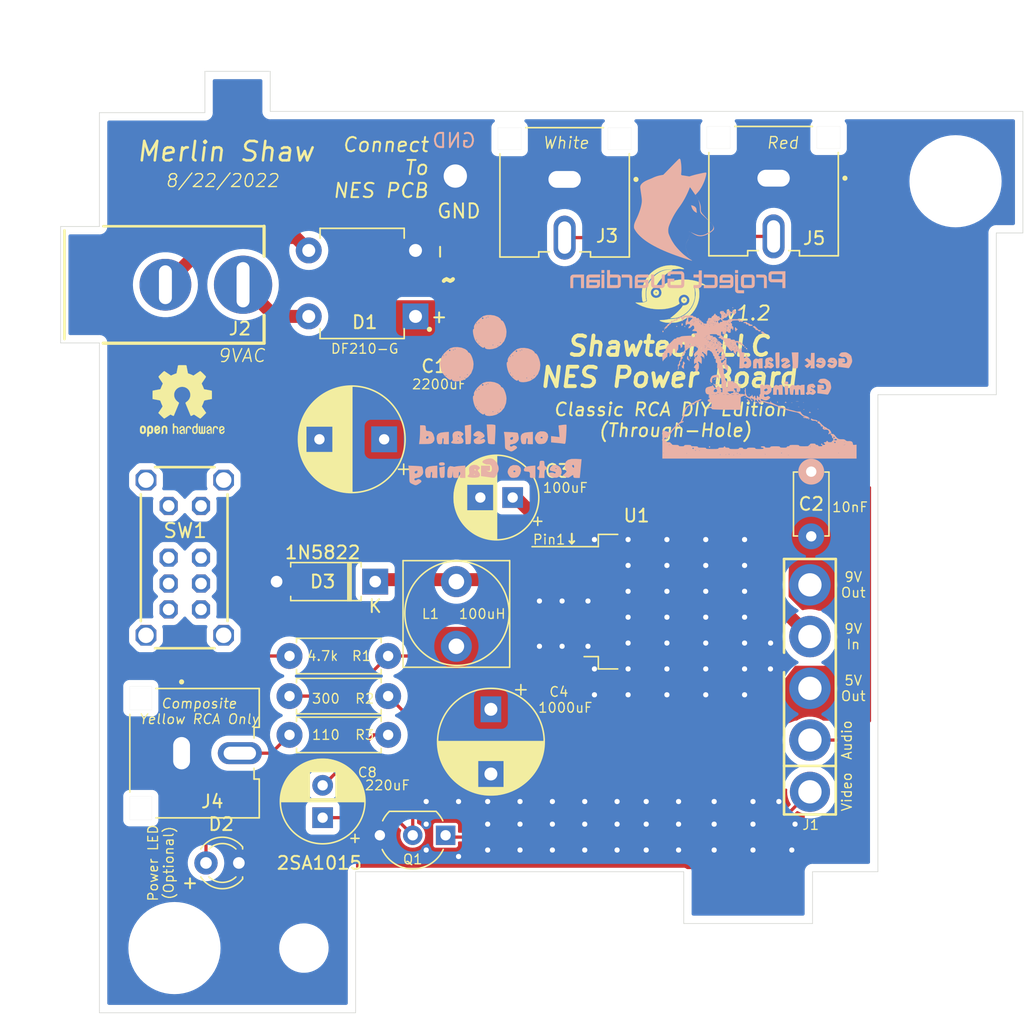
<source format=kicad_pcb>
(kicad_pcb (version 20211014) (generator pcbnew)
  (layers (0 "F.Cu" signal) (31 "B.Cu" signal) (34 "B.Paste" user) (35 "F.Paste" user) (36 "B.SilkS" user "B.Silkscreen") (37 "F.SilkS" user "F.Silkscreen") (38 "B.Mask" user) (39 "F.Mask" user) (44 "Edge.Cuts" user))
  (net 0 "")
  (net 1 "5V Out")
  (net 2 "Net-(C8-Pad1)")
  (net 3 "Net-(D2-Pad2)")
  (net 4 "Video Out")
  (net 5 "Net-(C8-Pad2)")
  (net 6 "GND")
  (net 7 "Video In")
  (net 8 "Audio In")
  (net 9 "9VIn")
  (net 10 "9VOut")
  (net 12 "Net-(D1-Pad4)")
  (net 13 "Net-(D1-Pad3)")
  (net 14 "Net-(L1-Pad1)")
  (footprint "Capacitor_THT:CP_Radial_D6.3mm_P2.50mm" (layer "F.Cu") (at 137.43238 98.25 180)
    (fp_text reference "C3" (at -3.46762 2.05) (layer "F.SilkS"))
    (fp_text value "100uF")
    (pad "1" thru_hole rect (at 0 0 180) (size 1.6 1.6) (drill 0.8) (layers *.Cu *.Mask) (net 9 "9VIn"))
    (pad "2" thru_hole circle (at 2.5 0 180) (size 1.6 1.6) (drill 0.8) (layers *.Cu *.Mask) (net 6 "GND"))
  )
  (footprint "Package_TO_SOT_SMD:TO-263-5_TabPin3" (layer "F.Cu") (at 147 106.3)
    (fp_text reference "U1" (at 0 -6.65) (layer "F.SilkS"))
    (fp_text value "LM2576D2TR4-5G")
    (pad "1" smd rect (at -5.775 -3.4) (size 4.6 1.1) (layers "F.Cu" "F.Paste" "F.Mask") (net 9 "9VIn"))
    (pad "2" smd rect (at -5.775 -1.7) (size 4.6 1.1) (layers "F.Cu" "F.Paste" "F.Mask") (net 14 "Net-(L1-Pad1)"))
    (pad "3" smd rect (at 3.375 0) (size 9.4 10.8) (layers "F.Cu" "F.Mask") (net 6 "GND"))
    (pad "3" smd rect (at -5.775 0) (size 4.6 1.1) (layers "F.Cu" "F.Paste" "F.Mask") (net 6 "GND"))
    (pad "4" smd rect (at -5.775 1.7) (size 4.6 1.1) (layers "F.Cu" "F.Paste" "F.Mask") (net 1 "5V Out"))
    (pad "5" smd rect (at -5.775 3.4) (size 4.6 1.1) (layers "F.Cu" "F.Paste" "F.Mask") (net 6 "GND"))
  )
  (footprint "Resistor_THT:R_Axial_DIN0207_L6.3mm_D2.5mm_P7.62mm_Horizontal" (layer "F.Cu") (at 120.19 116.6)
    (fp_text reference "R3" (at 5.81 0) (layer "F.SilkS") (effects (font (size 0.75 0.75) (thickness 0.1))))
    (fp_text value "110R")
    (pad "1" thru_hole circle (at 0 0) (size 2 2) (drill 0.8) (layers *.Cu *.Mask) (net 4 "Video Out"))
    (pad "2" thru_hole oval (at 7.62 0) (size 2 2) (drill 0.8) (layers *.Cu *.Mask) (net 5 "Net-(C8-Pad2)"))
  )
  (footprint "Merlin:OSHW-Logo2_7.3x6mm_SilkScreen" (layer "F.Cu") (at 111.9 90.78)
    (fp_text reference "REF**" hide)
    (fp_text value "OSHW-Logo2_7.3x6mm_SilkScreen" hide)
  )
  (footprint "Resistor_THT:R_Axial_DIN0207_L6.3mm_D2.5mm_P7.62mm_Horizontal" (layer "F.Cu") (at 120.19 110.5)
    (fp_text reference "R1" (at 5.56 0) (layer "F.SilkS") (effects (font (size 0.75 0.75) (thickness 0.1))))
    (fp_text value "4.7k" (at 2.56 0) (layer "F.SilkS") (effects (font (size 0.75 0.75) (thickness 0.1))))
    (pad "1" thru_hole circle (at 0 0) (size 2 2) (drill 0.8) (layers *.Cu *.Mask) (net 3 "Net-(D2-Pad2)"))
    (pad "2" thru_hole oval (at 7.62 0) (size 2 2) (drill 0.8) (layers *.Cu *.Mask) (net 1 "5V Out"))
  )
  (footprint "Capacitor_THT:CP_Radial_D8.0mm_P5.00mm" (layer "F.Cu") (at 135.75 114.622349 -90)
    (fp_text reference "C4" (at -1.347349 -5.25 180) (layer "F.SilkS") (effects (font (size 0.75 0.75) (thickness 0.1))))
    (fp_text value "1000uF" hide)
    (pad "1" thru_hole rect (at 0 0 270) (size 2 1.6) (drill 1) (layers *.Cu *.Mask) (net 1 "5V Out"))
    (pad "2" thru_hole circle (at 5 0 270) (size 2 2) (drill 1) (layers *.Cu *.Mask) (net 6 "GND"))
  )
  (footprint "" (layer "F.Cu") (at 111.3 133.08)
    (fp_text reference "" (at 0 0) (layer "F.SilkS") (effects (font (size 1.27 1.27))))
    (fp_text value "" (at 0 0) (layer "F.SilkS") (effects (font (size 1.27 1.27))))
    (pad "" np_thru_hole circle locked (at 0 0) (size 3.5 3.5) (drill 3.5) (layers F&B.Cu *.Mask))
  )
  (footprint "Merlin:DIP825" (layer "F.Cu") (at 125.8 81.7 180)
    (fp_text reference "D1" (at -0.2 -3) (layer "F.SilkS"))
    (fp_text value "${ALTIUM_VALUE}")
    (fp_text user "-" (at -5.95 2.45 90) (layer "F.SilkS"))
    (fp_text user "+" (at -5.95 -2.55) (layer "F.SilkS"))
    (pad "1" thru_hole rect (at -4.125 -2.55 180) (size 2 2) (drill 1) (layers *.Cu *.Mask) (net 10 "9VOut"))
    (pad "2" thru_hole circle (at -4.125 2.55 180) (size 2 2) (drill 1) (layers *.Cu *.Mask) (net 6 "GND"))
    (pad "3" thru_hole circle (at 4.125 2.55 180) (size 2 2) (drill 1) (layers *.Cu *.Mask) (net 13 "Net-(D1-Pad3)"))
    (pad "4" thru_hole circle (at 4.125 -2.55 180) (size 2 2) (drill 1) (layers *.Cu *.Mask) (net 12 "Net-(D1-Pad4)"))
  )
  (footprint "Merlin:ShawTech" (layer "F.Cu") (at 149.5 82.5)
    (fp_text reference "G***" hide)
    (fp_text value "LOGO" hide)
  )
  (footprint "Electromechanical.IntLib:SW-DP3T (EG2319)" (layer "F.Cu") (at 112.1 102.9 -90)
    (fp_text reference "SW1" (at -1.445 1.75 unlocked) (layer "F.SilkS") (effects (font (size 1.1 1.1)) (justify left bottom)))
    (fp_text value "DP3T" hide)
    (pad "" thru_hole roundrect locked (at -4 -1.25 270) (size 1.4 1.4) (drill 0.9) (layers *.Cu *.Mask) (chamfer_ratio 0.25) (chamfer top_left top_right bottom_left bottom_right))
    (pad "" thru_hole roundrect locked (at 0 1.25 270) (size 1.4 1.4) (drill 0.9) (layers *.Cu *.Mask) (chamfer_ratio 0.25) (chamfer top_left top_right bottom_left bottom_right))
    (pad "" thru_hole roundrect locked (at 2 1.25 270) (size 1.4 1.4) (drill 0.9) (layers *.Cu *.Mask) (chamfer_ratio 0.25) (chamfer top_left top_right bottom_left bottom_right))
    (pad "" thru_hole roundrect locked (at 4 1.25 270) (size 1.4 1.4) (drill 0.9) (layers *.Cu *.Mask) (chamfer_ratio 0.25) (chamfer top_left top_right bottom_left bottom_right))
    (pad "" thru_hole roundrect locked (at 0 -1.25 270) (size 1.4 1.4) (drill 0.9) (layers *.Cu *.Mask) (chamfer_ratio 0.25) (chamfer top_left top_right bottom_left bottom_right))
    (pad "" thru_hole roundrect locked (at 2 -1.25 270) (size 1.4 1.4) (drill 0.9) (layers *.Cu *.Mask) (chamfer_ratio 0.25) (chamfer top_left top_right bottom_left bottom_right))
    (pad "" thru_hole roundrect locked (at 4 -1.25 270) (size 1.4 1.4) (drill 0.9) (layers *.Cu *.Mask) (chamfer_ratio 0.25) (chamfer top_left top_right bottom_left bottom_right))
    (pad "1" thru_hole roundrect locked (at -4 1.25 270) (size 1.4 1.4) (drill 0.9) (layers *.Cu *.Mask) (chamfer_ratio 0.25) (chamfer top_left top_right bottom_left bottom_right))
    (pad "MH" thru_hole roundrect locked (at -6 3 270) (size 1.6 1.6) (drill 1.2) (layers *.Cu *.Mask) (chamfer_ratio 0.25) (chamfer top_left top_right bottom_left bottom_right))
    (pad "MH" thru_hole roundrect locked (at 6 3 90) (size 1.6 1.6) (drill 1.2) (layers *.Cu *.Mask) (chamfer_ratio 0.25) (chamfer top_left top_right bottom_left bottom_right))
    (pad "MH" thru_hole roundrect locked (at 6 -3 90) (size 1.6 1.6) (drill 1.2) (layers *.Cu *.Mask) (chamfer_ratio 0.25) (chamfer top_left top_right bottom_left bottom_right))
    (pad "MH" thru_hole roundrect locked (at -6 -3 270) (size 1.6 1.6) (drill 1.2) (layers *.Cu *.Mask) (chamfer_ratio 0.25) (chamfer top_left top_right bottom_left bottom_right))
  )
  (footprint "Merlin:CUI_RCJ-044" (layer "F.Cu") (at 141.446 73.658 90)
    (fp_text reference "J3" (at -4.372 3.279 180) (layer "F.SilkS"))
    (fp_text value "White RCJ-52" hide)
    (fp_line (start 2.3 5.15) (end 4 5.15) (layer "Edge.Cuts") (width 0.01))
    (fp_line (start 4 5.15) (end 4 3.35) (layer "Edge.Cuts") (width 0.01))
    (fp_line (start 2.3 -5.15) (end 2.3 -3.35) (layer "Edge.Cuts") (width 0.01))
    (fp_line (start 4 -5.15) (end 2.3 -5.15) (layer "Edge.Cuts") (width 0.01))
    (fp_line (start 2.3 3.35) (end 2.3 5.15) (layer "Edge.Cuts") (width 0.01))
    (fp_line (start 4 -3.35) (end 4 -5.15) (layer "Edge.Cuts") (width 0.01))
    (fp_line (start 4 3.35) (end 2.3 3.35) (layer "Edge.Cuts") (width 0.01))
    (fp_line (start 2.3 -3.35) (end 4 -3.35) (layer "Edge.Cuts") (width 0.01))
    (pad "1" thru_hole oval (at 0 0 90) (size 1.95 3.9) (drill oval 1.3 2.5) (layers *.Cu *.Mask) (net 6 "GND"))
    (pad "2" thru_hole oval (at -4.5 0 90) (size 3.4 1.7) (drill oval 2.5 1) (layers *.Cu *.Mask) (net 8 "Audio In"))
  )
  (footprint "Capacitor_THT:CP_Radial_D6.3mm_P2.50mm" (layer "F.Cu") (at 122.75 123 90)
    (fp_text reference "C8" (at 3.5 3.45 180) (layer "F.SilkS") (effects (font (size 0.75 0.75) (thickness 0.1))))
    (fp_text value "220uF" hide)
    (pad "1" thru_hole rect (at 0 0 90) (size 1.6 1.6) (drill 0.8) (layers *.Cu *.Mask) (net 2 "Net-(C8-Pad1)"))
    (pad "2" thru_hole circle (at 2.5 0 90) (size 1.6 1.6) (drill 0.8) (layers *.Cu *.Mask) (net 5 "Net-(C8-Pad2)"))
  )
  (footprint "Connectors.IntLib:PWR-JCK-ALT (PJ-037A{slash}B)" (layer "F.Cu") (at 110.6 81.799998)
    (fp_text reference "J2" (at 4.8 3.980002 unlocked) (layer "F.SilkS") (effects (justify left bottom)))
    (fp_text value "Barrel_Jack" hide)
    (pad "1" thru_hole circle locked (at 6.000002 0) (size 4.5 4.5) (drill oval 1 3.5) (layers *.Cu *.Mask) (net 12 "Net-(D1-Pad4)"))
    (pad "2" thru_hole circle locked (at 0 0) (size 4 4) (drill oval 1 3) (layers *.Cu *.Mask) (net 13 "Net-(D1-Pad3)"))
  )
  (footprint "Diode_THT:D_A-405_P7.62mm_Horizontal" (layer "F.Cu") (at 126.81 104.75 180)
    (fp_text reference "D3" (at 4.06 0) (layer "F.SilkS"))
    (fp_text value "DIODE")
    (fp_text user "K" (at 0 -1.9) (layer "F.SilkS"))
    (pad "1" thru_hole rect (at 0 0 180) (size 2 2) (drill 0.9) (layers *.Cu *.Mask) (net 14 "Net-(L1-Pad1)"))
    (pad "2" thru_hole oval (at 7.62 0 180) (size 2 2) (drill 0.9) (layers *.Cu *.Mask) (net 6 "GND"))
  )
  (footprint "" (layer "F.Cu") (at 121.3 133.08)
    (fp_text reference "" (at 0 0) (layer "F.SilkS") (effects (font (size 1.27 1.27))))
    (fp_text value "" (at 0 0) (layer "F.SilkS") (effects (font (size 1.27 1.27))))
    (pad "" np_thru_hole circle locked (at 0 0) (size 2.8 2.8) (drill 2.8) (layers F&B.Cu *.Mask))
  )
  (footprint "Package_TO_SOT_THT:TO-92_Inline_Wide" (layer "F.Cu") (at 132.25 124.36 180)
    (fp_text reference "Q1" (at 2.54 -1.86) (layer "F.SilkS") (effects (font (size 0.75 0.75) (thickness 0.1))))
    (fp_text value "2SA1015" (at 9.75 -2.14) (layer "F.SilkS"))
    (pad "1" thru_hole rect (at 0 0 180) (size 1.5 1.5) (drill 0.8) (layers *.Cu *.Mask) (net 7 "Video In"))
    (pad "2" thru_hole circle (at 2.54 0 180) (size 1.5 1.5) (drill 0.8) (layers *.Cu *.Mask) (net 2 "Net-(C8-Pad1)"))
    (pad "3" thru_hole circle (at 5.08 0 180) (size 1.5 1.5) (drill 0.8) (layers *.Cu *.Mask) (net 6 "GND"))
  )
  (footprint "Merlin:CUI_RCJ-044" (layer "F.Cu") (at 111.85 118.014 180)
    (fp_text reference "J4" (at -2.374 -3.736) (layer "F.SilkS"))
    (fp_text value "Yellow RCJ-44")
    (fp_line (start 2.3 -3.35) (end 4 -3.35) (layer "Edge.Cuts") (width 0.01))
    (fp_line (start 4 3.35) (end 2.3 3.35) (layer "Edge.Cuts") (width 0.01))
    (fp_line (start 2.3 -5.15) (end 2.3 -3.35) (layer "Edge.Cuts") (width 0.01))
    (fp_line (start 4 -5.15) (end 2.3 -5.15) (layer "Edge.Cuts") (width 0.01))
    (fp_line (start 4 5.15) (end 4 3.35) (layer "Edge.Cuts") (width 0.01))
    (fp_line (start 2.3 3.35) (end 2.3 5.15) (layer "Edge.Cuts") (width 0.01))
    (fp_line (start 4 -3.35) (end 4 -5.15) (layer "Edge.Cuts") (width 0.01))
    (fp_line (start 2.3 5.15) (end 4 5.15) (layer "Edge.Cuts") (width 0.01))
    (pad "1" thru_hole oval (at 0 0 180) (size 1.95 3.9) (drill oval 1.3 2.5) (layers *.Cu *.Mask) (net 6 "GND"))
    (pad "2" thru_hole oval (at -4.5 0 180) (size 3.4 1.7) (drill oval 2.5 1) (layers *.Cu *.Mask) (net 4 "Video Out"))
  )
  (footprint "Capacitor_THT:C_Disc_D4.7mm_W2.5mm_P5.00mm" (layer "F.Cu") (at 160.5 101.25 90)
    (fp_text reference "C2" (at 2.5 0 180) (layer "F.SilkS"))
    (fp_text value "10nF")
    (pad "1" thru_hole circle (at 0 0 90) (size 2 2) (drill 0.8) (layers *.Cu *.Mask) (net 10 "9VOut"))
    (pad "2" thru_hole circle (at 5 0 90) (size 2 2) (drill 0.8) (layers *.Cu *.Mask "B.SilkS") (net 6 "GND"))
  )
  (footprint "Merlin:CUI_RCJ-044" (layer "F.Cu") (at 157.592 73.564 90)
    (fp_text reference "J5" (at -4.641 3.133 180) (layer "F.SilkS"))
    (fp_text value "Red RCJ-042" hide)
    (fp_line (start 4 -3.35) (end 4 -5.15) (layer "Edge.Cuts") (width 0.01))
    (fp_line (start 2.3 5.15) (end 4 5.15) (layer "Edge.Cuts") (width 0.01))
    (fp_line (start 2.3 -3.35) (end 4 -3.35) (layer "Edge.Cuts") (width 0.01))
    (fp_line (start 2.3 3.35) (end 2.3 5.15) (layer "Edge.Cuts") (width 0.01))
    (fp_line (start 4 3.35) (end 2.3 3.35) (layer "Edge.Cuts") (width 0.01))
    (fp_line (start 4 5.15) (end 4 3.35) (layer "Edge.Cuts") (width 0.01))
    (fp_line (start 4 -5.15) (end 2.3 -5.15) (layer "Edge.Cuts") (width 0.01))
    (fp_line (start 2.3 -5.15) (end 2.3 -3.35) (layer "Edge.Cuts") (width 0.01))
    (pad "1" thru_hole oval (at 0 0 90) (size 1.95 3.9) (drill oval 1.3 2.5) (layers *.Cu *.Mask) (net 6 "GND"))
    (pad "2" thru_hole oval (at -4.5 0 90) (size 3.4 1.7) (drill oval 2.5 1) (layers *.Cu *.Mask) (net 8 "Audio In"))
  )
  (footprint "" (layer "F.Cu") (at 171.65 73.8)
    (fp_text reference "" (at 0 0) (layer "F.SilkS") (effects (font (size 1.27 1.27))))
    (fp_text value "" (at 0 0) (layer "F.SilkS") (effects (font (size 1.27 1.27))))
    (pad "" np_thru_hole circle locked (at 0 0) (size 3.5 3.5) (drill 3.5) (layers F&B.Cu *.Mask))
  )
  (footprint "Inductor_THT:L_Radial_L8.0mm_W8.0mm_P5.00mm_Neosid_NE-CPB-07E" (layer "F.Cu") (at 133.081128 104.75 -90)
    (fp_text reference "L1" (at 2.5 2 180) (layer "F.SilkS") (effects (font (size 0.75 0.75) (thickness 0.1))))
    (fp_text value "100uH" (at 2.5 -2 180) (layer "F.SilkS") (effects (font (size 0.75 0.75) (thickness 0.1))))
    (pad "1" thru_hole circle (at 0 0 270) (size 2.4 2.4) (drill 1.2) (layers *.Cu *.Mask) (net 14 "Net-(L1-Pad1)"))
    (pad "2" thru_hole circle (at 5 0 270) (size 2.4 2.4) (drill 1.2) (layers *.Cu *.Mask) (net 1 "5V Out"))
  )
  (footprint "Connectors.IntLib:WIREPAD-09-15" (layer "F.Cu") (at 133 73.4 90)
    (fp_text reference "GND" (at -3.35 -1.5 unlocked) (layer "F.SilkS") (effects (font (size 1.1 1.1)) (justify left bottom)))
    (fp_text value "Wire Pad" hide)
    (fp_text user "${REFERENCE}" (at 2.1 1.67 unlocked) (layer "B.SilkS") (effects (font (size 1.1 1.1)) (justify left bottom mirror)))
    (pad "1" thru_hole circle locked (at 0 0 90) (size 3.2 3.2) (drill 1.8) (layers *.Cu *.Mask) (net 6 "GND"))
  )
  (footprint "Specialty Components.IntLib:RF BOARD CONNECTOR" (layer "F.Cu") (at 160.4 121 90)
    (fp_text reference "J1" (at -3 -0.65 unlocked) (layer "F.SilkS") (effects (font (size 0.75 0.75) (thickness 0.1)) (justify left bottom)))
    (fp_text value "Board Connector" hide)
    (pad "1" thru_hole oval (at 0 0 90) (size 3.1 3.1) (drill 1.8) (layers *.Cu *.Mask) (net 7 "Video In"))
    (pad "2" thru_hole circle (at 4 0 90) (size 3.2 3.2) (drill 1.8) (layers *.Cu *.Mask) (net 8 "Audio In"))
    (pad "3" thru_hole circle (at 8 0 90) (size 3.2 3.2) (drill 1.8) (layers *.Cu *.Mask) (net 1 "5V Out"))
    (pad "4" thru_hole circle (at 12.000003 0 90) (size 3.2 3.2) (drill 1.8) (layers *.Cu *.Mask) (net 9 "9VIn"))
    (pad "5" thru_hole circle (at 16 0 90) (size 3.2 3.2) (drill 1.8) (layers *.Cu *.Mask) (net 10 "9VOut"))
  )
  (footprint "Resistor_THT:R_Axial_DIN0207_L6.3mm_D2.5mm_P7.62mm_Horizontal" (layer "F.Cu") (at 120.19 113.6)
    (fp_text reference "R2" (at 5.81 0.2 180) (layer "F.SilkS") (effects (font (size 0.75 0.75) (thickness 0.1))))
    (fp_text value "300")
    (pad "1" thru_hole circle (at 0 0) (size 2 2) (drill 0.8) (layers *.Cu *.Mask) (net 1 "5V Out"))
    (pad "2" thru_hole oval (at 7.62 0) (size 2 2) (drill 0.8) (layers *.Cu *.Mask) (net 2 "Net-(C8-Pad1)"))
  )
  (footprint "Capacitor_THT:CP_Radial_D8.0mm_P5.00mm" (layer "F.Cu") (at 127.5 93.75 180)
    (fp_text reference "C1" (at -3.85 5.65 180) (layer "F.SilkS"))
    (fp_text value "2200uF 25V")
    (pad "1" thru_hole rect (at 0 0 180) (size 2 2) (drill 0.8) (layers *.Cu *.Mask) (net 10 "9VOut"))
    (pad "2" thru_hole circle (at 5 0 180) (size 2 2) (drill 0.8) (layers *.Cu *.Mask) (net 6 "GND"))
  )
  (footprint "LED_THT:LED_D3.0mm_FlatTop" (layer "F.Cu") (at 116.275 126.5 180)
    (fp_text reference "D2" (at 1.366487 3) (layer "F.SilkS"))
    (fp_text value "Power LED")
    (pad "1" thru_hole rect (at 0 0 180) (size 1.8 1.8) (drill 0.9) (layers *.Cu *.Mask) (net 6 "GND"))
    (pad "2" thru_hole circle (at 2.54 0 180) (size 1.8 1.8) (drill 0.9) (layers *.Cu *.Mask) (net 3 "Net-(D2-Pad2)"))
  )
  (footprint "Merlin:GeekIsland2" (layer "B.Cu") (at 156.5 89.25 180)
    (fp_text reference "G***" hide)
    (fp_text value "LOGO" hide)
  )
  (footprint "Merlin:LongIslandRetroGaming4" (layer "B.Cu") (at 135.75 90.5 180)
    (fp_text reference "G***")
    (fp_text value "LOGO" hide)
  )
  (footprint "Merlin:PG_20mmx13.1mm" (layer "B.Cu") (at 150.25 77 180)
    (fp_text reference "G***" hide)
    (fp_text value "LOGO" hide)
  )
  (gr_line (start 105.8 77.278798) (end 118.224002 77.278798) (layer "F.SilkS") (width 0.2))
  (gr_line (start 102.8 86) (end 102.8 77.6) (layer "F.SilkS") (width 0.2))
  (gr_line (start 118.224002 79.595) (end 118.224002 77.278798) (layer "F.SilkS") (width 0.254))
  (gr_circle (center 133.131128 107.2) (end 137.131128 107.7) (layer "F.SilkS") (width 0.12) (fill none))
  (gr_line (start 118.224002 86.321198) (end 118.224002 84.167) (layer "F.SilkS") (width 0.254))
  (gr_line (start 105.8 86.321198) (end 118.224002 86.321198) (layer "F.SilkS") (width 0.254))
  (gr_line (start 150.65 131.18) (end 150.65 127.18) (layer "Edge.Cuts") (width 0.05))
  (gr_line (start 150.65 127.18) (end 125.3 127.18) (layer "Edge.Cuts") (width 0.05))
  (gr_line (start 125.3 127.18) (end 125.3 138.08) (layer "Edge.Cuts") (width 0.05))
  (gr_line (start 165.65 90.3) (end 165.65 127.18) (layer "Edge.Cuts") (width 0.05))
  (gr_line (start 113.65 65.3) (end 118.7 65.3) (layer "Edge.Cuts") (width 0.05))
  (gr_line (start 105.5 77.3) (end 105.5 68.5) (layer "Edge.Cuts") (width 0.05))
  (gr_line (start 165.65 127.18) (end 160.6 127.18) (layer "Edge.Cuts") (width 0.05))
  (gr_line (start 176.85 77.8) (end 174.8 77.8) (layer "Edge.Cuts") (width 0.05))
  (gr_line (start 105.5 68.5) (end 113.65 68.5) (layer "Edge.Cuts") (width 0.05))
  (gr_line (start 174.8 90.3) (end 165.65 90.3) (layer "Edge.Cuts") (width 0.05))
  (gr_line (start 125.3 138.08) (end 105.5 138.08) (layer "Edge.Cuts") (width 0.05))
  (gr_line (start 118.7 68.4) (end 176.85 68.4) (layer "Edge.Cuts") (width 0.05))
  (gr_line (start 105.5 138.08) (end 105.5 86.3) (layer "Edge.Cuts") (width 0.05))
  (gr_line (start 174.8 77.8) (end 174.8 90.3) (layer "Edge.Cuts") (width 0.05))
  (gr_line (start 176.85 68.4) (end 176.85 77.8) (layer "Edge.Cuts") (width 0.05))
  (gr_line (start 105.5 86.3) (end 102.5 86.3) (layer "Edge.Cuts") (width 0.05))
  (gr_line (start 102.5 77.3) (end 105.5 77.3) (layer "Edge.Cuts") (width 0.05))
  (gr_line (start 102.5 86.3) (end 102.5 77.3) (layer "Edge.Cuts") (width 0.05))
  (gr_line (start 160.6 127.18) (end 160.6 131.18) (layer "Edge.Cuts") (width 0.05))
  (gr_line (start 113.65 68.5) (end 113.65 65.3) (layer "Edge.Cuts") (width 0.05))
  (gr_line (start 118.7 65.3) (end 118.7 68.4) (layer "Edge.Cuts") (width 0.05))
  (gr_line (start 160.6 131.18) (end 150.65 131.18) (layer "Edge.Cuts") (width 0.05))
  (gr_text "9V\nOut" (at 163.75 105) (layer "F.SilkS") (effects (font (size 0.75 0.75) (thickness 0.1))))
  (gr_text "Video" (at 163.25 121 90) (layer "F.SilkS") (effects (font (size 0.75 0.75) (thickness 0.1))))
  (gr_text "10nF" (at 163.5 99) (layer "F.SilkS") (effects (font (size 0.75 0.75) (thickness 0.1))))
  (gr_text "v1.2" (at 153.75 84) (layer "F.SilkS") (effects (font (size 1.1 1.1) (thickness 0.15) bold italic) (justify left)))
  (gr_text "Merlin Shaw" (at 115.25 71.5) (layer "F.SilkS") (effects (font (size 1.5 1.5) (thickness 0.2) bold italic)))
  (gr_text "100uF" (at 141.5 97.5) (layer "F.SilkS") (effects (font (size 0.75 0.75) (thickness 0.1))))
  (gr_text "White\n" (at 141.55 70.83) (layer "F.SilkS") (effects (font (size 0.9 0.9) (thickness 0.1) bold italic)))
  (gr_text "Power LED\n(Optional)" (at 110.25 126.5 90) (layer "F.SilkS") (effects (font (size 0.75 0.75) (thickness 0.1))))
  (gr_text "110" (at 123 116.6) (layer "F.SilkS") (effects (font (size 0.75 0.75) (thickness 0.1))))
  (gr_text "Classic RCA DIY Edition \n(Through-Hole)" (at 150 92.25) (layer "F.SilkS") (effects (font (size 1 1) (thickness 0.15) bold italic)))
  (gr_text "9V\nIn" (at 163.75 109) (layer "F.SilkS") (effects (font (size 0.75 0.75) (thickness 0.1))))
  (gr_text "Red" (at 158.3 70.83) (layer "F.SilkS") (effects (font (size 0.9 0.9) (thickness 0.1) bold italic)))
  (gr_text "+" (at 112.5 128) (layer "F.SilkS") (effects (font (size 1 1))))
  (gr_text "~" (at 132.5 81.4) (layer "F.SilkS") (effects (font (size 1.5 1.5) (thickness 0.3))))
  (gr_text "Pin1" (at 140.25 101.5) (layer "F.SilkS") (effects (font (size 0.75 0.75) (thickness 0.1))))
  (gr_text "220uF" (at 127.75 120.5) (layer "F.SilkS") (effects (font (size 0.75 0.75) (thickness 0.1))))
  (gr_text "300" (at 123 113.8) (layer "F.SilkS") (effects (font (size 0.75 0.75) (thickness 0.1))))
  (gr_text "2200uF" (at 131.75 89.5) (layer "F.SilkS") (effects (font (size 0.75 0.75) (thickness 0.1))))
  (gr_text "Shawtech LLC\nNES Power Board" (at 149.5 87.75) (layer "F.SilkS") (effects (font (size 1.5 1.5) (thickness 0.3) italic)))
  (gr_text "1N5822" (at 122.75 102.5) (layer "F.SilkS") (effects (font (size 1 1))))
  (gr_text "5V\nOut" (at 163.75 113) (layer "F.SilkS") (effects (font (size 0.75 0.75) (thickness 0.1))))
  (gr_text "9VAC" (at 116.5 87.28) (layer "F.SilkS") (effects (font (size 1 1) (thickness 0.1) bold italic)))
  (gr_text "1000uF" (at 141.5 114.5) (layer "F.SilkS") (effects (font (size 0.75 0.75) (thickness 0.1))))
  (gr_text "DF210-G" (at 126 86.75) (layer "F.SilkS") (effects (font (size 0.75 0.75) (thickness 0.1))))
  (gr_text "Composite\nYellow RCA Only" (at 113.2 114.78) (layer "F.SilkS") (effects (font (size 0.75 0.75) (thickness 0.1) bold italic)))
  (gr_text "Connect\nTo\nNES PCB" (at 131 72.75) (layer "F.SilkS") (effects (font (size 1.1 1.1) (thickness 0.15) bold italic) (justify right)))
  (gr_text "Audio" (at 163.25 117 90) (layer "F.SilkS") (effects (font (size 0.75 0.75) (thickness 0.1))))
  (gr_text "8/22/2022" (at 115 73.75) (layer "F.SilkS") (effects (font (size 1 1) (thickness 0.1) bold italic)))
  (gr_text "↑" (at 142 101.5 180) (layer "F.SilkS") (effects (font (size 1 1))))
  (segment (start 132.331128 110.5) (end 133.081128 109.75) (width 0.25) (layer "F.Cu") (net 1))
  (segment (start 127.81 110.5) (end 132.331128 110.5) (width 0.25) (layer "F.Cu") (net 1))
  (segment (start 120.19 113.6) (end 124.71 113.6) (width 0.25) (layer "F.Cu") (net 1))
  (segment (start 134.831128 108) (end 133.081128 109.75) (width 1) (layer "F.Cu") (net 1))
  (segment (start 124.71 113.6) (end 127.81 110.5) (width 0.25) (layer "F.Cu") (net 1))
  (segment (start 141.225 108) (end 134.831128 108) (width 1) (layer "F.Cu") (net 1))
  (segment (start 129.71 124.36) (end 128.35 123) (width 0.25) (layer "F.Cu") (net 2))
  (segment (start 129.71 115.5) (end 127.81 113.6) (width 0.25) (layer "F.Cu") (net 2))
  (segment (start 129.71 124.36) (end 129.71 115.5) (width 0.25) (layer "F.Cu") (net 2))
  (segment (start 128.35 123) (end 122.8 123) (width 0.25) (layer "F.Cu") (net 2))
  (segment (start 113.735 126.5) (end 113.735 114.765) (width 0.25) (layer "F.Cu") (net 3))
  (segment (start 118 110.5) (end 120.19 110.5) (width 0.25) (layer "F.Cu") (net 3))
  (segment (start 113.735 114.765) (end 118 110.5) (width 0.25) (layer "F.Cu") (net 3))
  (segment (start 116.626 118.014) (end 118.776 118.014) (width 0.25) (layer "F.Cu") (net 4))
  (segment (start 118.776 118.014) (end 120.19 116.6) (width 0.25) (layer "F.Cu") (net 4))
  (segment (start 122.8 120.5) (end 126.7 116.6) (width 0.25) (layer "F.Cu") (net 5))
  (segment (start 126.7 116.6) (end 127.81 116.6) (width 0.25) (layer "F.Cu") (net 5))
  (segment (start 155.35 101.5) (end 155.35 103.5) (width 1) (layer "F.Cu") (net 6))
  (segment (start 152.35 111.5) (end 146.35 111.5) (width 1) (layer "F.Cu") (net 6))
  (segment (start 152.35 111.5) (end 155.35 111.5) (width 1) (layer "F.Cu") (net 6))
  (segment (start 146.35 101.5) (end 155.35 101.5) (width 1) (layer "F.Cu") (net 6))
  (segment (start 155.35 103.5) (end 155.35 109.5) (width 1) (layer "F.Cu") (net 6))
  (segment (start 155.35 109.5) (end 155.35 111.5) (width 1) (layer "F.Cu") (net 6))
  (via (at 152.35 103.5) (size 0.8) (drill 0.4) (layers "F.Cu" "B.Cu") (net 6))
  (via (at 147.75 123.5) (size 0.8) (drill 0.4) (layers "F.Cu" "B.Cu") (net 6))
  (via (at 145.5 123.5) (size 0.8) (drill 0.4) (layers "F.Cu" "B.Cu") (net 6))
  (via (at 150.25 123.5) (size 0.8) (drill 0.4) (layers "F.Cu" "B.Cu") (net 6))
  (via (at 146.35 107.5) (size 0.8) (drill 0.4) (layers "F.Cu" "B.Cu") (net 6))
  (via (at 140.5 121.75) (size 0.8) (drill 0.4) (layers "F.Cu" "B.Cu") (net 6))
  (via (at 135.5 125.5) (size 0.8) (drill 0.4) (layers "F.Cu" "B.Cu") (net 6))
  (via (at 139.5 109.75) (size 0.8) (drill 0.4) (layers "F.Cu" "B.Cu") (net 6))
  (via (at 146.35 105.5) (size 0.8) (drill 0.4) (layers "F.Cu" "B.Cu") (net 6))
  (via (at 159 125.5) (size 0.8) (drill 0.4) (layers "F.Cu" "B.Cu") (net 6))
  (via (at 157.36 109.5) (size 0.8) (drill 0.4) (layers "F.Cu" "B.Cu") (net 6))
  (via (at 143.25 106.25) (size 0.8) (drill 0.4) (layers "F.Cu" "B.Cu") (net 6))
  (via (at 130.75 123.5) (size 0.8) (drill 0.4) (layers "F.Cu" "B.Cu") (net 6))
  (via (at 155.35 101.5) (size 0.8) (drill 0.4) (layers "F.Cu" "B.Cu") (net 6))
  (via (at 138 125.5) (size 0.8) (drill 0.4) (layers "F.Cu" "B.Cu") (net 6))
  (via (at 149.35 113.5) (size 0.8) (drill 0.4) (layers "F.Cu" "B.Cu") (net 6))
  (via (at 152.35 107.5) (size 0.8) (drill 0.4) (layers "F.Cu" "B.Cu") (net 6))
  (via (at 146.35 111.5) (size 0.8) (drill 0.4) (layers "F.Cu" "B.Cu") (net 6))
  (via (at 155.35 107.5) (size 0.8) (drill 0.4) (layers "F.Cu" "B.Cu") (net 6))
  (via (at 150.25 121.75) (size 0.8) (drill 0.4) (layers "F.Cu" "B.Cu") (net 6))
  (via (at 143 121.75) (size 0.8) (drill 0.4) (layers "F.Cu" "B.Cu") (net 6))
  (via (at 152.35 101.5) (size 0.8) (drill 0.4) (layers "F.Cu" "B.Cu") (net 6))
  (via (at 133.25 126) (size 0.8) (drill 0.4) (layers "F.Cu" "B.Cu") (net 6))
  (via (at 157.35 111.5) (size 0.8) (drill 0.4) (layers "F.Cu" "B.Cu") (net 6))
  (via (at 158 121.75) (size 0.8) (drill 0.4) (layers "F.Cu" "B.Cu") (net 6))
  (via (at 140.5 125.5) (size 0.8) (drill 0.4) (layers "F.Cu" "B.Cu") (net 6))
  (via (at 133.25 121.75) (size 0.8) (drill 0.4) (layers "F.Cu" "B.Cu") (net 6))
  (via (at 153 121.75) (size 0.8) (drill 0.4) (layers "F.Cu" "B.Cu") (net 6))
  (via (at 143 123.5) (size 0.8) (drill 0.4) (layers "F.Cu" "B.Cu") (net 6))
  (via (at 152.35 113.5) (size 0.8) (drill 0.4) (layers "F.Cu" "B.Cu") (net 6))
  (via (at 149.35 107.5) (size 0.8) (drill 0.4) (layers "F.Cu" "B.Cu") (net 6))
  (via (at 146.35 109.5) (size 0.8) (drill 0.4) (layers "F.Cu" "B.Cu") (net 6))
  (via (at 152.35 111.5) (size 0.8) (drill 0.4) (layers "F.Cu" "B.Cu") (net 6))
  (via (at 146.35 101.5) (size 0.8) (drill 0.4) (layers "F.Cu" "B.Cu") (net 6))
  (via (at 143.75 111.5) (size 0.8) (drill 0.4) (layers "F.Cu" "B.Cu") (net 6))
  (via (at 155.35 113.5) (size 0.8) (drill 0.4) (layers "F.Cu" "B.Cu") (net 6))
  (via (at 138 121.75) (size 0.8) (drill 0.4) (layers "F.Cu" "B.Cu") (net 6))
  (via (at 149.35 111.5) (size 0.8) (drill 0.4) (layers "F.Cu" "B.Cu") (net 6))
  (via (at 143.75 101.5) (size 0.8) (drill 0.4) (layers "F.Cu" "B.Cu") (net 6))
  (via (at 143.75 113.5) (size 0.8) (drill 0.4) (layers "F.Cu" "B.Cu") (net 6))
  (via (at 155.35 103.5) (size 0.8) (drill 0.4) (layers "F.Cu" "B.Cu") (net 6))
  (via (at 156 125.5) (size 0.8) (drill 0.4) (layers "F.Cu" "B.Cu") (net 6))
  (via (at 145.5 121.75) (size 0.8) (drill 0.4) (layers "F.Cu" "B.Cu") (net 6))
  (via (at 146.35 113.5) (size 0.8) (drill 0.4) (layers "F.Cu" "B.Cu") (net 6))
  (via (at 145.5 125.5) (size 0.8) (drill 0.4) (layers "F.Cu" "B.Cu") (net 6))
  (via (at 156 121.75) (size 0.8) (drill 0.4) (layers "F.Cu" "B.Cu") (net 6))
  (via (at 143.25 109.75) (size 0.8) (drill 0.4) (layers "F.Cu" "B.Cu") (net 6))
  (via (at 146.35 103.5) (size 0.8) (drill 0.4) (layers "F.Cu" "B.Cu") (net 6))
  (via (at 138 123.5) (size 0.8) (drill 0.4) (layers "F.Cu" "B.Cu") (net 6))
  (via (at 147.75 125.5) (size 0.8) (drill 0.4) (layers "F.Cu" "B.Cu") (net 6))
  (via (at 152.35 109.5) (size 0.8) (drill 0.4) (layers "F.Cu" "B.Cu") (net 6))
  (via (at 155.35 109.5) (size 0.8) (drill 0.4) (layers "F.Cu" "B.Cu") (net 6))
  (via (at 155.35 105.5) (size 0.8) (drill 0.4) (layers "F.Cu" "B.Cu") (net 6))
  (via (at 141.25 106.25) (size 0.8) (drill 0.4) (layers "F.Cu" "B.Cu") (net 6))
  (via (at 159.25 123.5) (size 0.8) (drill 0.4) (layers "F.Cu" "B.Cu") (net 6))
  (via (at 140.5 123.5) (size 0.8) (drill 0.4) (layers "F.Cu" "B.Cu") (net 6))
  (via (at 153 123.5) (size 0.8) (drill 0.4) (layers "F.Cu" "B.Cu") (net 6))
  (via (at 149.35 103.5) (size 0.8) (drill 0.4) (layers "F.Cu" "B.Cu") (net 6))
  (via (at 150.25 125.5) (size 0.8) (drill 0.4) (layers "F.Cu" "B.Cu") (net 6))
  (via (at 152.35 105.5) (size 0.8) (drill 0.4) (layers "F.Cu" "B.Cu") (net 6))
  (via (at 149.35 109.5) (size 0.8) (drill 0.4) (layers "F.Cu" "B.Cu") (net 6))
  (via (at 135.5 121.75) (size 0.8) (drill 0.4) (layers "F.Cu" "B.Cu") (net 6))
  (via (at 149.35 105.5) (size 0.8) (drill 0.4) (layers "F.Cu" "B.Cu") (net 6))
  (via (at 156 123.5) (size 0.8) (drill 0.4) (layers "F.Cu" "B.Cu") (net 6))
  (via (at 153 125.5) (size 0.8) (drill 0.4) (layers "F.Cu" "B.Cu") (net 6))
  (via (at 130.75 121.75) (size 0.8) (drill 0.4) (layers "F.Cu" "B.Cu") (net 6))
  (via (at 143 125.5) (size 0.8) (drill 0.4) (layers "F.Cu" "B.Cu") (net 6))
  (via (at 155.35 111.5) (size 0.8) (drill 0.4) (layers "F.Cu" "B.Cu") (net 6))
  (via (at 149.35 101.5) (size 0.8) (drill 0.4) (layers "F.Cu" "B.Cu") (net 6))
  (via (at 139.5 106.25) (size 0.8) (drill 0.4) (layers "F.Cu" "B.Cu") (net 6))
  (via (at 141.25 109.75) (size 0.8) (drill 0.4) (layers "F.Cu" "B.Cu") (net 6))
  (via (at 147.75 121.75) (size 0.8) (drill 0.4) (layers "F.Cu" "B.Cu") (net 6))
  (via (at 130.75 125.5) (size 0.8) (drill 0.4) (layers "F.Cu" "B.Cu") (net 6))
  (via (at 135.5 123.5) (size 0.8) (drill 0.4) (layers "F.Cu" "B.Cu") (net 6))
  (segment (start 156.9 124.5) (end 132.39 124.5) (width 0.25) (layer "F.Cu") (net 7))
  (segment (start 132.39 124.5) (end 132.25 124.36) (width 0.25) (layer "F.Cu") (net 7))
  (segment (start 160.4 121) (end 156.9 124.5) (width 0.25) (layer "F.Cu") (net 7))
  (segment (start 149.6 80.78238) (end 149.6 82.1) (width 0.25) (layer "F.Cu") (net 8))
  (segment (start 149.6 82.1) (end 165 97.5) (width 0.25) (layer "F.Cu") (net 8))
  (segment (start 141.446 78.158) (end 146.97562 78.158) (width 0.25) (layer "F.Cu") (net 8))
  (segment (start 165 115.5) (end 163.5 117) (width 0.25) (layer "F.Cu") (net 8))
  (segment (start 165 97.5) (end 165 115.5) (width 0.25) (layer "F.Cu") (net 8))
  (segment (start 146.97562 78.158) (end 149.6 80.78238) (width 0.25) (layer "F.Cu") (net 8))
  (segment (start 157.592 78.064) (end 152.31838 78.064) (width 0.25) (layer "F.Cu") (net 8))
  (segment (start 163.5 117) (end 160.4 117) (width 0.25) (layer "F.Cu") (net 8))
  (segment (start 152.31838 78.064) (end 149.6 80.78238) (width 0.25) (layer "F.Cu") (net 8))
  (segment (start 155.1 99.5) (end 156.825 101.225) (width 1) (layer "F.Cu") (net 9))
  (segment (start 139.31619 99.88381) (end 140.09119 100.65881) (width 1) (layer "F.Cu") (net 9))
  (segment (start 141.175 101.575) (end 143.25 99.5) (width 1) (layer "F.Cu") (net 9))
  (segment (start 140.09119 100.65881) (end 141.175 101.74262) (width 1) (layer "F.Cu") (net 9))
  (segment (start 141.73238 102.3) (end 141.225 101.79262) (width 1) (layer "F.Cu") (net 9))
  (segment (start 141.225 102.9) (end 141.7 102.9) (width 1) (layer "F.Cu") (net 9))
  (segment (start 141.175 101.74262) (end 141.175 101.575) (width 1) (layer "F.Cu") (net 9))
  (segment (start 139.31619 99.88381) (end 141.225 101.79262) (width 1) (layer "F.Cu") (net 9))
  (segment (start 141.7 102.9) (end 142.3 102.3) (width 1) (layer "F.Cu") (net 9))
  (segment (start 142.3 102.3) (end 141.73238 102.3) (width 1) (layer "F.Cu") (net 9))
  (segment (start 142.3 101.05) (end 140.48238 101.05) (width 1) (layer "F.Cu") (net 9))
  (segment (start 140.48238 101.05) (end 140.09119 100.65881) (width 1) (layer "F.Cu") (net 9))
  (segment (start 141.225 101.79262) (end 141.225 102.9) (width 1) (layer "F.Cu") (net 9))
  (segment (start 156.825 105.424998) (end 160.4 108.999997) (width 1) (layer "F.Cu") (net 9))
  (segment (start 142.3 101.05) (end 142.3 102.3) (width 1) (layer "F.Cu") (net 9))
  (segment (start 137.68238 98.25) (end 139.31619 99.88381) (width 1) (layer "F.Cu") (net 9))
  (segment (start 143.25 99.5) (end 155.1 99.5) (width 1) (layer "F.Cu") (net 9))
  (segment (start 142.3 100.45) (end 142.3 101.05) (width 1) (layer "F.Cu") (net 9))
  (segment (start 143.25 99.5) (end 142.3 100.45) (width 1) (layer "F.Cu") (net 9))
  (segment (start 156.825 101.225) (end 156.825 105.424998) (width 1) (layer "F.Cu") (net 9))
  (segment (start 119.050004 84.25) (end 116.600002 81.799998) (width 1) (layer "F.Cu") (net 12))
  (segment (start 121.675 84.25) (end 119.050004 84.25) (width 1) (layer "F.Cu") (net 12))
  (segment (start 121.675 79.15) (end 120.675 78.15) (width 1) (layer "F.Cu") (net 13))
  (segment (start 120.675 78.15) (end 114.249998 78.15) (width 1) (layer "F.Cu") (net 13))
  (segment (start 114.249998 78.15) (end 110.6 81.799998) (width 1) (layer "F.Cu") (net 13))
  (segment (start 126.96 104.6) (end 126.81 104.75) (width 1) (layer "F.Cu") (net 14))
  (segment (start 141.225 104.6) (end 126.96 104.6) (width 1) (layer "F.Cu") (net 14))
  (zone (net 6) (net_name "GND") (layer "F.Cu") (connect_pads yes (clearance 0.208)) (min_thickness 0.254) (fill yes (thermal_gap 0.508) (thermal_bridge_width 0.508))
    (polygon (pts (xy 155.63 105.83) (xy 158.2 108.2) (xy 158.2 111.8) (xy 156.4 114) (xy 143.25 113.98) (xy 143.25 100.75) (xy 155.2 100.8)))
  )
  (zone (net 10) (net_name "9VOut") (layer "F.Cu") (connect_pads yes (clearance 0.508)) (min_thickness 0.254) (fill yes (thermal_gap 0.254) (thermal_bridge_width 0.381))
    (polygon (pts (xy 131.8 86.4) (xy 131.75 91.75) (xy 134.75 92.5) (xy 144.25 92.5) (xy 155.75 92.5) (xy 162.5 100.5) (xy 162.5 100.75) (xy 162.5 102) (xy 162.5 107) (xy 158.75 107) (xy 158.75 104.25) (xy 158.849008 101.759904) (xy 154.349008 96.259904) (xy 126 96.75) (xy 124.986813 95.000099) (xy 125.1 85.4) (xy 127.3 83) (xy 131.9 83)))
  )
  (zone (net 1) (net_name "5V Out") (layer "F.Cu") (connect_pads yes (clearance 0.208)) (min_thickness 0.254) (fill yes (thermal_gap 0.508) (thermal_bridge_width 0.508))
    (polygon (pts (xy 140.5 114.5) (xy 156.75 114.5) (xy 159.25 111.25) (xy 162.5 111.25) (xy 162.5 115.5) (xy 159.25 115.5) (xy 158 116) (xy 131.2 116.25) (xy 131.2 108.25) (xy 135.5 108.25)))
  )
  (zone (net 6) (net_name "GND") (layer "F.Cu") (connect_pads yes (clearance 0.208)) (min_thickness 0.254) (fill yes (thermal_gap 0.508) (thermal_bridge_width 0.508))
    (polygon (pts (xy 135.5 77) (xy 132 80.25) (xy 128.75 80.25) (xy 128.75 73) (xy 130.25 71.25) (xy 135.5 71.25)))
  )
  (zone (net 6) (net_name "GND") (layer "F.Cu") (connect_pads yes (clearance 0.208)) (min_thickness 0.154) (fill yes (thermal_gap 0.508) (thermal_bridge_width 0.508))
    (polygon (pts (xy 160 123.775) (xy 160 127) (xy 125.323102 126.910539) (xy 125.325 118.176912) (xy 135.325 118.275) (xy 140.825 120.775) (xy 160 120.75)))
  )
  (zone (net 6) (net_name "GND") (layer "B.Cu") (connect_pads yes (clearance 0.508)) (min_thickness 0.254) (fill yes (thermal_gap 0.254) (thermal_bridge_width 0.381))
    (polygon (pts (xy 105.5 138.08) (xy 125.3 138.08) (xy 125.3 127.18) (xy 150.65 127.18) (xy 150.65 131.18) (xy 160.6 131.18) (xy 160.6 127.18) (xy 165.65 127.18) (xy 165.65 90.3) (xy 174.8 90.3) (xy 174.8 77.8) (xy 176.85 77.8) (xy 176.85 68.4) (xy 118.7 68.4) (xy 118.7 65.3) (xy 113.65 65.3) (xy 113.649997 68.500002) (xy 105.500004 68.5) (xy 105.500004 77.3) (xy 102.5 77.3) (xy 102.5 86.3) (xy 105.5 86.3)))
  )
)
</source>
